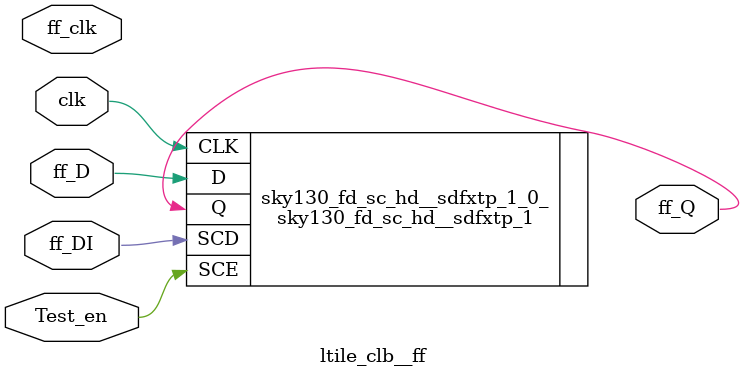
<source format=v>
`timescale 1ns / 1ps

module ltile_clb__ff(Test_en,
                                                                                 clk,
                                                                                 ff_D,
                                                                                 ff_DI,
                                                                                 ff_Q,
                                                                                 ff_clk);
//
input [0:0] Test_en;
//
input [0:0] clk;
//
input [0:0] ff_D;
//
input [0:0] ff_DI;
//
output [0:0] ff_Q;
//
input [0:0] ff_clk;

//
wire [0:0] ff_D;
wire [0:0] ff_DI;
wire [0:0] ff_Q;
wire [0:0] ff_clk;
//


//
//



//
//
//
//

	sky130_fd_sc_hd__sdfxtp_1 sky130_fd_sc_hd__sdfxtp_1_0_ (
		.SCE(Test_en[0]),
		.CLK(clk[0]),
		.D(ff_D[0]),
		.SCD(ff_DI[0]),
		.Q(ff_Q[0]));

endmodule
//



</source>
